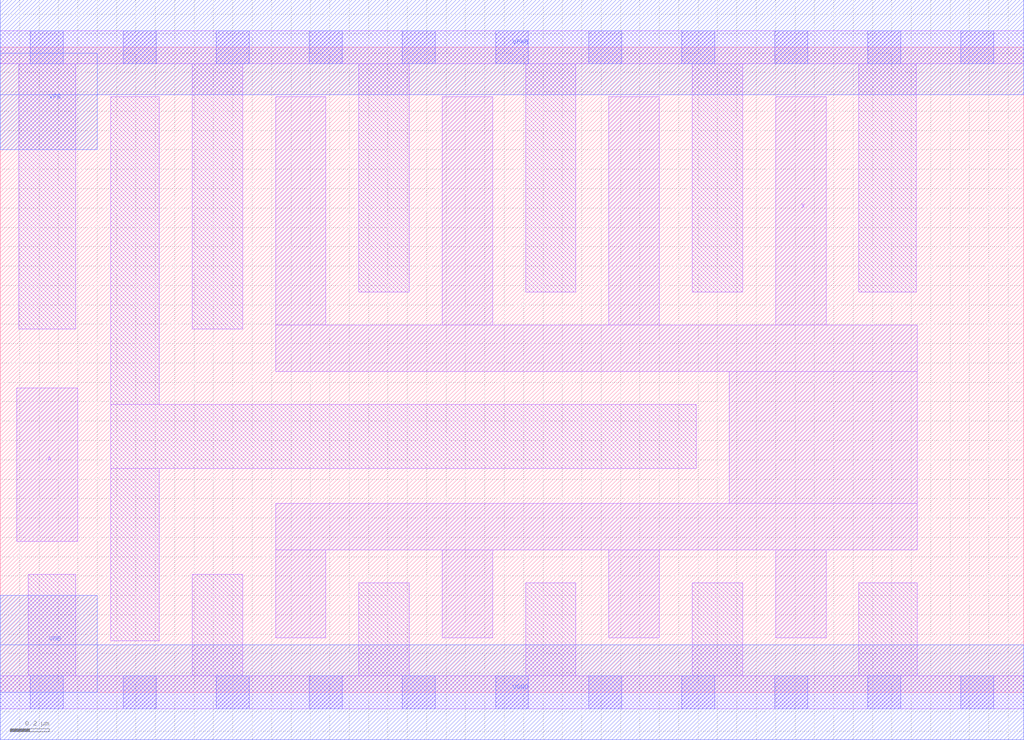
<source format=lef>
# Copyright 2020 The SkyWater PDK Authors
#
# Licensed under the Apache License, Version 2.0 (the "License");
# you may not use this file except in compliance with the License.
# You may obtain a copy of the License at
#
#     https://www.apache.org/licenses/LICENSE-2.0
#
# Unless required by applicable law or agreed to in writing, software
# distributed under the License is distributed on an "AS IS" BASIS,
# WITHOUT WARRANTIES OR CONDITIONS OF ANY KIND, either express or implied.
# See the License for the specific language governing permissions and
# limitations under the License.
#
# SPDX-License-Identifier: Apache-2.0

VERSION 5.5 ;
NAMESCASESENSITIVE ON ;
BUSBITCHARS "[]" ;
DIVIDERCHAR "/" ;
MACRO sky130_fd_sc_lp__clkbuf_8
  CLASS CORE ;
  SOURCE USER ;
  ORIGIN  0.000000  0.000000 ;
  SIZE  5.280000 BY  3.330000 ;
  SYMMETRY X Y R90 ;
  SITE unit ;
  PIN A
    ANTENNAGATEAREA  0.504000 ;
    DIRECTION INPUT ;
    USE SIGNAL ;
    PORT
      LAYER li1 ;
        RECT 0.085000 0.780000 0.400000 1.570000 ;
    END
  END A
  PIN X
    ANTENNADIFFAREA  1.881600 ;
    DIRECTION OUTPUT ;
    USE SIGNAL ;
    PORT
      LAYER li1 ;
        RECT 1.420000 0.280000 1.680000 0.735000 ;
        RECT 1.420000 0.735000 4.730000 0.975000 ;
        RECT 1.420000 1.655000 4.730000 1.895000 ;
        RECT 1.420000 1.895000 1.680000 3.075000 ;
        RECT 2.280000 0.280000 2.540000 0.735000 ;
        RECT 2.280000 1.895000 2.540000 3.075000 ;
        RECT 3.140000 0.280000 3.400000 0.735000 ;
        RECT 3.140000 1.895000 3.400000 3.075000 ;
        RECT 3.760000 0.975000 4.730000 1.655000 ;
        RECT 4.000000 0.280000 4.260000 0.735000 ;
        RECT 4.000000 1.895000 4.260000 3.075000 ;
    END
  END X
  PIN VGND
    DIRECTION INOUT ;
    USE GROUND ;
    PORT
      LAYER met1 ;
        RECT 0.000000 -0.245000 5.280000 0.245000 ;
    END
  END VGND
  PIN VNB
    DIRECTION INOUT ;
    USE GROUND ;
    PORT
      LAYER met1 ;
        RECT 0.000000 0.000000 0.500000 0.500000 ;
    END
  END VNB
  PIN VPB
    DIRECTION INOUT ;
    USE POWER ;
    PORT
      LAYER met1 ;
        RECT 0.000000 2.800000 0.500000 3.300000 ;
    END
  END VPB
  PIN VPWR
    DIRECTION INOUT ;
    USE POWER ;
    PORT
      LAYER met1 ;
        RECT 0.000000 3.085000 5.280000 3.575000 ;
    END
  END VPWR
  OBS
    LAYER li1 ;
      RECT 0.000000 -0.085000 5.280000 0.085000 ;
      RECT 0.000000  3.245000 5.280000 3.415000 ;
      RECT 0.095000  1.875000 0.390000 3.245000 ;
      RECT 0.145000  0.085000 0.390000 0.610000 ;
      RECT 0.570000  0.265000 0.820000 1.155000 ;
      RECT 0.570000  1.155000 3.590000 1.485000 ;
      RECT 0.570000  1.485000 0.820000 3.075000 ;
      RECT 0.990000  0.085000 1.250000 0.610000 ;
      RECT 0.990000  1.875000 1.250000 3.245000 ;
      RECT 1.850000  0.085000 2.110000 0.565000 ;
      RECT 1.850000  2.065000 2.110000 3.245000 ;
      RECT 2.710000  0.085000 2.970000 0.565000 ;
      RECT 2.710000  2.065000 2.970000 3.245000 ;
      RECT 3.570000  0.085000 3.830000 0.565000 ;
      RECT 3.570000  2.065000 3.830000 3.245000 ;
      RECT 4.430000  0.085000 4.730000 0.565000 ;
      RECT 4.430000  2.065000 4.725000 3.245000 ;
    LAYER mcon ;
      RECT 0.155000 -0.085000 0.325000 0.085000 ;
      RECT 0.155000  3.245000 0.325000 3.415000 ;
      RECT 0.635000 -0.085000 0.805000 0.085000 ;
      RECT 0.635000  3.245000 0.805000 3.415000 ;
      RECT 1.115000 -0.085000 1.285000 0.085000 ;
      RECT 1.115000  3.245000 1.285000 3.415000 ;
      RECT 1.595000 -0.085000 1.765000 0.085000 ;
      RECT 1.595000  3.245000 1.765000 3.415000 ;
      RECT 2.075000 -0.085000 2.245000 0.085000 ;
      RECT 2.075000  3.245000 2.245000 3.415000 ;
      RECT 2.555000 -0.085000 2.725000 0.085000 ;
      RECT 2.555000  3.245000 2.725000 3.415000 ;
      RECT 3.035000 -0.085000 3.205000 0.085000 ;
      RECT 3.035000  3.245000 3.205000 3.415000 ;
      RECT 3.515000 -0.085000 3.685000 0.085000 ;
      RECT 3.515000  3.245000 3.685000 3.415000 ;
      RECT 3.995000 -0.085000 4.165000 0.085000 ;
      RECT 3.995000  3.245000 4.165000 3.415000 ;
      RECT 4.475000 -0.085000 4.645000 0.085000 ;
      RECT 4.475000  3.245000 4.645000 3.415000 ;
      RECT 4.955000 -0.085000 5.125000 0.085000 ;
      RECT 4.955000  3.245000 5.125000 3.415000 ;
  END
END sky130_fd_sc_lp__clkbuf_8
END LIBRARY

</source>
